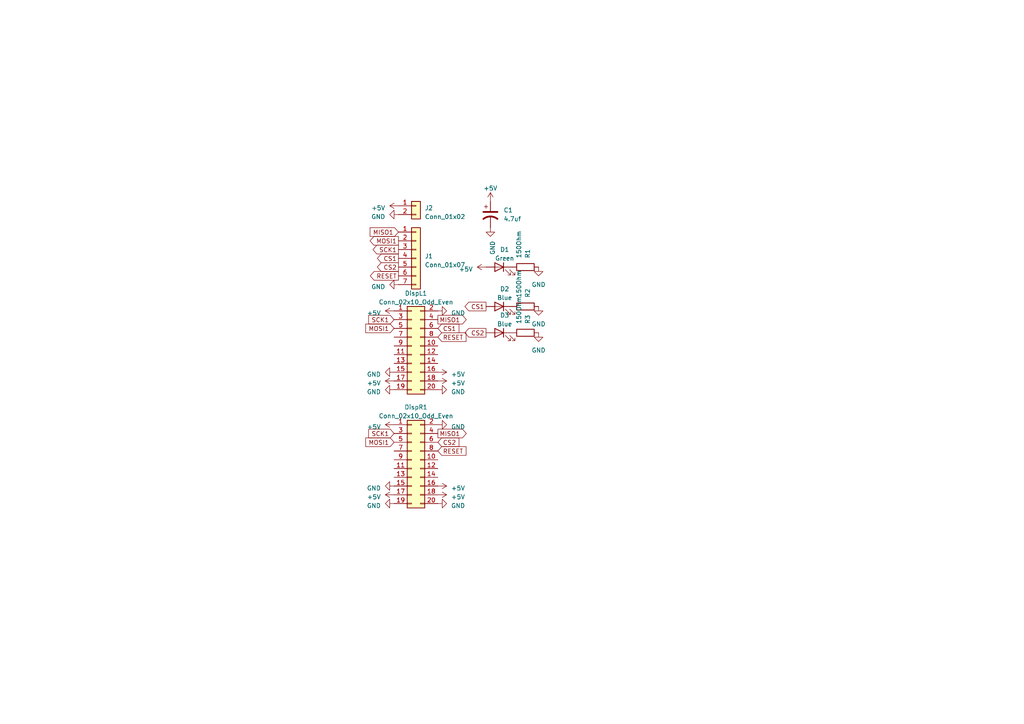
<source format=kicad_sch>
(kicad_sch (version 20230121) (generator eeschema)
  (paper "A4")
  (lib_symbols
    (symbol "Connector_Generic:Conn_01x02" (pin_names (offset 1.016) hide)
      (property "Reference" "J" (at 0 2.54 0))
      (property "Value" "Conn_01x02" (at 0 -5.08 0))
      (symbol "Conn_01x02_1_1"
        (rectangle (start -1.27 -2.413) (end 0 -2.667) (stroke (width 0.1524)))
        (rectangle (start -1.27 0.127) (end 0 -0.127) (stroke (width 0.1524)))
        (rectangle (start -1.27 1.27) (end 1.27 -3.81) (stroke (width 0.254)) (fill (type background)))
        (pin passive line (at -5.08 0 0) (length 3.81) (name "Pin_1") (number "1"))
        (pin passive line (at -5.08 -2.54 0) (length 3.81) (name "Pin_2") (number "2"))
      )
    )
    (symbol "Connector_Generic:Conn_01x07" (pin_names (offset 1.016) hide)
      (property "Reference" "J" (at 0 10.16 0))
      (property "Value" "Conn_01x07" (at 0 -10.16 0))
      (symbol "Conn_01x07_1_1"
        (rectangle (start -1.27 -7.493) (end 0 -7.747) (stroke (width 0.1524)))
        (rectangle (start -1.27 -4.953) (end 0 -5.207) (stroke (width 0.1524)))
        (rectangle (start -1.27 -2.413) (end 0 -2.667) (stroke (width 0.1524)))
        (rectangle (start -1.27 0.127) (end 0 -0.127) (stroke (width 0.1524)))
        (rectangle (start -1.27 2.667) (end 0 2.413) (stroke (width 0.1524)))
        (rectangle (start -1.27 5.207) (end 0 4.953) (stroke (width 0.1524)))
        (rectangle (start -1.27 7.747) (end 0 7.493) (stroke (width 0.1524)))
        (rectangle (start -1.27 8.89) (end 1.27 -8.89) (stroke (width 0.254)) (fill (type background)))
        (pin passive line (at -5.08 7.62 0) (length 3.81) (name "Pin_1") (number "1"))
        (pin passive line (at -5.08 5.08 0) (length 3.81) (name "Pin_2") (number "2"))
        (pin passive line (at -5.08 2.54 0) (length 3.81) (name "Pin_3") (number "3"))
        (pin passive line (at -5.08 0 0) (length 3.81) (name "Pin_4") (number "4"))
        (pin passive line (at -5.08 -2.54 0) (length 3.81) (name "Pin_5") (number "5"))
        (pin passive line (at -5.08 -5.08 0) (length 3.81) (name "Pin_6") (number "6"))
        (pin passive line (at -5.08 -7.62 0) (length 3.81) (name "Pin_7") (number "7"))
      )
    )
    (symbol "Connector_Generic:Conn_02x10_Odd_Even" (pin_names (offset 1.016) hide)
      (property "Reference" "J" (at 1.27 12.7 0))
      (property "Value" "Conn_02x10_Odd_Even" (at 1.27 -15.24 0))
      (symbol "Conn_02x10_Odd_Even_1_1"
        (rectangle (start -1.27 -12.573) (end 0 -12.827) (stroke (width 0.1524)))
        (rectangle (start -1.27 -10.033) (end 0 -10.287) (stroke (width 0.1524)))
        (rectangle (start -1.27 -7.493) (end 0 -7.747) (stroke (width 0.1524)))
        (rectangle (start -1.27 -4.953) (end 0 -5.207) (stroke (width 0.1524)))
        (rectangle (start -1.27 -2.413) (end 0 -2.667) (stroke (width 0.1524)))
        (rectangle (start -1.27 0.127) (end 0 -0.127) (stroke (width 0.1524)))
        (rectangle (start -1.27 2.667) (end 0 2.413) (stroke (width 0.1524)))
        (rectangle (start -1.27 5.207) (end 0 4.953) (stroke (width 0.1524)))
        (rectangle (start -1.27 7.747) (end 0 7.493) (stroke (width 0.1524)))
        (rectangle (start -1.27 10.287) (end 0 10.033) (stroke (width 0.1524)))
        (rectangle (start -1.27 11.43) (end 3.81 -13.97) (stroke (width 0.254)) (fill (type background)))
        (rectangle (start 3.81 -12.573) (end 2.54 -12.827) (stroke (width 0.1524)))
        (rectangle (start 3.81 -10.033) (end 2.54 -10.287) (stroke (width 0.1524)))
        (rectangle (start 3.81 -7.493) (end 2.54 -7.747) (stroke (width 0.1524)))
        (rectangle (start 3.81 -4.953) (end 2.54 -5.207) (stroke (width 0.1524)))
        (rectangle (start 3.81 -2.413) (end 2.54 -2.667) (stroke (width 0.1524)))
        (rectangle (start 3.81 0.127) (end 2.54 -0.127) (stroke (width 0.1524)))
        (rectangle (start 3.81 2.667) (end 2.54 2.413) (stroke (width 0.1524)))
        (rectangle (start 3.81 5.207) (end 2.54 4.953) (stroke (width 0.1524)))
        (rectangle (start 3.81 7.747) (end 2.54 7.493) (stroke (width 0.1524)))
        (rectangle (start 3.81 10.287) (end 2.54 10.033) (stroke (width 0.1524)))
        (pin passive line (at -5.08 10.16 0) (length 3.81) (name "Pin_1") (number "1"))
        (pin passive line (at 7.62 0 180) (length 3.81) (name "Pin_10") (number "10"))
        (pin passive line (at -5.08 -2.54 0) (length 3.81) (name "Pin_11") (number "11"))
        (pin passive line (at 7.62 -2.54 180) (length 3.81) (name "Pin_12") (number "12"))
        (pin passive line (at -5.08 -5.08 0) (length 3.81) (name "Pin_13") (number "13"))
        (pin passive line (at 7.62 -5.08 180) (length 3.81) (name "Pin_14") (number "14"))
        (pin passive line (at -5.08 -7.62 0) (length 3.81) (name "Pin_15") (number "15"))
        (pin passive line (at 7.62 -7.62 180) (length 3.81) (name "Pin_16") (number "16"))
        (pin passive line (at -5.08 -10.16 0) (length 3.81) (name "Pin_17") (number "17"))
        (pin passive line (at 7.62 -10.16 180) (length 3.81) (name "Pin_18") (number "18"))
        (pin passive line (at -5.08 -12.7 0) (length 3.81) (name "Pin_19") (number "19"))
        (pin passive line (at 7.62 10.16 180) (length 3.81) (name "Pin_2") (number "2"))
        (pin passive line (at 7.62 -12.7 180) (length 3.81) (name "Pin_20") (number "20"))
        (pin passive line (at -5.08 7.62 0) (length 3.81) (name "Pin_3") (number "3"))
        (pin passive line (at 7.62 7.62 180) (length 3.81) (name "Pin_4") (number "4"))
        (pin passive line (at -5.08 5.08 0) (length 3.81) (name "Pin_5") (number "5"))
        (pin passive line (at 7.62 5.08 180) (length 3.81) (name "Pin_6") (number "6"))
        (pin passive line (at -5.08 2.54 0) (length 3.81) (name "Pin_7") (number "7"))
        (pin passive line (at 7.62 2.54 180) (length 3.81) (name "Pin_8") (number "8"))
        (pin passive line (at -5.08 0 0) (length 3.81) (name "Pin_9") (number "9"))
      )
    )
    (symbol "Device:C_Polarized_US" (pin_numbers hide) (pin_names (offset 0.254) hide)
      (property "Reference" "C" (at 0.635 2.54 0))
      (property "Value" "C_Polarized_US" (at 0.635 -2.54 0))
      (symbol "C_Polarized_US_0_1"
        (polyline (pts (xy -2.032 0.762) (xy 2.032 0.762)) (stroke (width 0.508)))
        (polyline (pts (xy -1.778 2.286) (xy -0.762 2.286)))
        (polyline (pts (xy -1.27 1.778) (xy -1.27 2.794)))
        (arc (start 2.032 -1.27) (mid 0 -0.5572) (end -2.032 -1.27) (stroke (width 0.508)))
      )
      (symbol "C_Polarized_US_1_1"
        (pin passive line (at 0 3.81 270) (length 2.794) (name "~") (number "1"))
        (pin passive line (at 0 -3.81 90) (length 3.302) (name "~") (number "2"))
      )
    )
    (symbol "Device:LED" (pin_numbers hide) (pin_names (offset 1.016) hide)
      (property "Reference" "D" (at 0 2.54 0))
      (property "Value" "LED" (at 0 -2.54 0))
      (symbol "LED_0_1"
        (polyline (pts (xy -1.27 -1.27) (xy -1.27 1.27)) (stroke (width 0.254)))
        (polyline (pts (xy -1.27 0) (xy 1.27 0)))
        (polyline (pts (xy 1.27 -1.27) (xy 1.27 1.27) (xy -1.27 0) (xy 1.27 -1.27)) (stroke (width 0.254)))
        (polyline (pts (xy -3.048 -0.762) (xy -4.572 -2.286) (xy -3.81 -2.286) (xy -4.572 -2.286) (xy -4.572 -1.524)))
        (polyline (pts (xy -1.778 -0.762) (xy -3.302 -2.286) (xy -2.54 -2.286) (xy -3.302 -2.286) (xy -3.302 -1.524)))
      )
      (symbol "LED_1_1"
        (pin passive line (at -3.81 0 0) (length 2.54) (name "K") (number "1"))
        (pin passive line (at 3.81 0 180) (length 2.54) (name "A") (number "2"))
      )
    )
    (symbol "Device:R" (pin_numbers hide) (pin_names (offset 0))
      (property "Reference" "R" (at 2.032 0 90))
      (property "Value" "R" (at 0 0 90))
      (symbol "R_0_1"
        (rectangle (start -1.016 -2.54) (end 1.016 2.54) (stroke (width 0.254)))
      )
      (symbol "R_1_1"
        (pin passive line (at 0 3.81 270) (length 1.27) (name "~") (number "1"))
        (pin passive line (at 0 -3.81 90) (length 1.27) (name "~") (number "2"))
      )
    )
    (symbol "power:+5V" (power) (pin_names (offset 0))
      (property "Value" "+5V" (at 0 3.556 0))
      (symbol "+5V_0_1"
        (polyline (pts (xy -0.762 1.27) (xy 0 2.54)))
        (polyline (pts (xy 0 0) (xy 0 2.54)))
        (polyline (pts (xy 0 2.54) (xy 0.762 1.27)))
      )
      (symbol "+5V_1_1"
        (pin power_in line (at 0 0 90) (length 0) hide (name "+5V") (number "1"))
      )
    )
    (symbol "power:GND" (power) (pin_names (offset 0))
      (property "Value" "GND" (at 0 -3.81 0))
      (symbol "GND_0_1"
        (polyline (pts (xy 0 0) (xy 0 -1.27) (xy 1.27 -1.27) (xy 0 -2.54) (xy -1.27 -1.27) (xy 0 -1.27)))
      )
      (symbol "GND_1_1"
        (pin power_in line (at 0 0 270) (length 0) hide (name "GND") (number "1"))
      )
    )
  )
  (global_label "CS1" (shape input) (at 127 95.25 0) (property "Intersheetrefs" "${INTERSHEET_REFS}" (effects hide)))
  (global_label "CS2" (shape output) (at 115.57 77.47 180) (property "Intersheetrefs" "${INTERSHEET_REFS}" (effects hide)))
  (global_label "CS1" (shape output) (at 140.97 88.9 180) (property "Intersheetrefs" "${INTERSHEET_REFS}" (effects hide)))
  (global_label "MOSI1" (shape input) (at 114.3 95.25 180) (property "Intersheetrefs" "${INTERSHEET_REFS}" (effects hide)))
  (global_label "MOSI1" (shape input) (at 114.3 128.27 180) (property "Intersheetrefs" "${INTERSHEET_REFS}" (effects hide)))
  (global_label "MOSI1" (shape output) (at 115.57 69.85 180) (property "Intersheetrefs" "${INTERSHEET_REFS}" (effects hide)))
  (global_label "MISO1" (shape output) (at 127 125.73 0) (property "Intersheetrefs" "${INTERSHEET_REFS}" (effects hide)))
  (global_label "MISO1" (shape input) (at 115.57 67.31 180) (property "Intersheetrefs" "${INTERSHEET_REFS}" (effects hide)))
  (global_label "RESET" (shape input) (at 127 97.79 0) (property "Intersheetrefs" "${INTERSHEET_REFS}" (effects hide)))
  (global_label "RESET" (shape output) (at 115.57 80.01 180) (property "Intersheetrefs" "${INTERSHEET_REFS}" (effects hide)))
  (global_label "CS2" (shape input) (at 127 128.27 0) (property "Intersheetrefs" "${INTERSHEET_REFS}" (effects hide)))
  (global_label "SCK1" (shape input) (at 114.3 92.71 180) (property "Intersheetrefs" "${INTERSHEET_REFS}" (effects hide)))
  (global_label "CS1" (shape output) (at 115.57 74.93 180) (property "Intersheetrefs" "${INTERSHEET_REFS}" (effects hide)))
  (global_label "SCK1" (shape output) (at 115.57 72.39 180) (property "Intersheetrefs" "${INTERSHEET_REFS}" (effects hide)))
  (global_label "CS2" (shape output) (at 140.97 96.52 180) (property "Intersheetrefs" "${INTERSHEET_REFS}" (effects hide)))
  (global_label "RESET" (shape input) (at 127 130.81 0) (property "Intersheetrefs" "${INTERSHEET_REFS}" (effects hide)))
  (global_label "SCK1" (shape input) (at 114.3 125.73 180) (property "Intersheetrefs" "${INTERSHEET_REFS}" (effects hide)))
  (global_label "MISO1" (shape output) (at 127 92.71 0) (property "Intersheetrefs" "${INTERSHEET_REFS}" (effects hide)))
  (symbol (lib_id "power:+5V") (at 114.3 90.17 90) (unit 1)
    (property "Reference" "#PWR01" (effects hide))
    (property "Value" "+5V" (at 110.49 90.805 90) (effects (justify left)))
  )
  (symbol (lib_id "Device:R") (at 152.4 88.9 270) (mirror x) (unit 1)
    (property "Reference" "R2" (at 153.035 86.36 0) (effects (justify left)))
    (property "Value" "150Ohm" (at 150.495 86.36 0) (effects (justify left)))
    (property "Footprint" "Resistor_SMD:R_0603_1608Metric_Pad0.98x0.95mm_HandSolder" (effects hide))
  )
  (symbol (lib_id "power:+5V") (at 142.24 58.42 0) (unit 1)
    (property "Reference" "#PWR025" (effects hide))
    (property "Value" "+5V" (at 142.24 54.61 0))
  )
  (symbol (lib_id "power:GND") (at 115.57 62.23 270) (unit 1)
    (property "Reference" "#PWR018" (effects hide))
    (property "Value" "GND" (at 111.76 62.865 90) (effects (justify right)))
  )
  (symbol (lib_id "Device:C_Polarized_US") (at 142.24 62.23 0) (unit 1)
    (property "Reference" "C1" (at 146.05 60.96 0) (effects (justify left)))
    (property "Value" "4.7uf" (at 146.05 63.5 0) (effects (justify left)))
    (property "Footprint" "Capacitor_SMD:C_0603_1608Metric_Pad1.08x0.95mm_HandSolder" (effects hide))
  )
  (symbol (lib_id "power:+5V") (at 127 143.51 270) (mirror x) (unit 1)
    (property "Reference" "#PWR016" (effects hide))
    (property "Value" "+5V" (at 130.81 144.145 90) (effects (justify left)))
  )
  (symbol (lib_id "power:GND") (at 127 146.05 90) (mirror x) (unit 1)
    (property "Reference" "#PWR017" (effects hide))
    (property "Value" "GND" (at 130.81 146.685 90) (effects (justify right)))
  )
  (symbol (lib_id "power:+5V") (at 140.97 77.47 90) (unit 1)
    (property "Reference" "#PWR020" (effects hide))
    (property "Value" "+5V" (at 137.16 78.105 90) (effects (justify left)))
  )
  (symbol (lib_id "power:+5V") (at 127 110.49 270) (mirror x) (unit 1)
    (property "Reference" "#PWR012" (effects hide))
    (property "Value" "+5V" (at 130.81 111.125 90) (effects (justify left)))
  )
  (symbol (lib_id "power:GND") (at 127 113.03 90) (mirror x) (unit 1)
    (property "Reference" "#PWR013" (effects hide))
    (property "Value" "GND" (at 130.81 113.665 90) (effects (justify right)))
  )
  (symbol (lib_id "power:GND") (at 114.3 146.05 270) (unit 1)
    (property "Reference" "#PWR08" (effects hide))
    (property "Value" "GND" (at 110.49 146.685 90) (effects (justify right)))
  )
  (symbol (lib_id "power:+5V") (at 127 140.97 270) (mirror x) (unit 1)
    (property "Reference" "#PWR015" (effects hide))
    (property "Value" "+5V" (at 130.81 141.605 90) (effects (justify left)))
  )
  (symbol (lib_id "power:GND") (at 115.57 82.55 270) (unit 1)
    (property "Reference" "#PWR09" (effects hide))
    (property "Value" "GND" (at 111.76 83.185 90) (effects (justify right)))
  )
  (symbol (lib_id "Device:R") (at 152.4 77.47 270) (mirror x) (unit 1)
    (property "Reference" "R1" (at 153.035 74.93 0) (effects (justify left)))
    (property "Value" "150Ohm" (at 150.495 74.93 0) (effects (justify left)))
    (property "Footprint" "Resistor_SMD:R_0603_1608Metric_Pad0.98x0.95mm_HandSolder" (effects hide))
  )
  (symbol (lib_id "Connector_Generic:Conn_01x02") (at 120.65 59.69 0) (unit 1)
    (property "Reference" "J2" (at 123.19 60.325 0) (effects (justify left)))
    (property "Value" "Conn_01x02" (at 123.19 62.865 0) (effects (justify left)))
    (property "Footprint" "Connector_JST:JST_EH_S2B-EH_1x02_P2.50mm_Horizontal" (effects hide))
  )
  (symbol (lib_id "Connector_Generic:Conn_02x10_Odd_Even") (at 119.38 100.33 0) (unit 1)
    (property "Reference" "DispL1" (at 120.65 85.09 0))
    (property "Value" "Conn_02x10_Odd_Even" (at 120.65 87.63 0))
    (property "Footprint" "Connector_FFC-FPC:TE_2-84952-0_1x20-1MP_P1.0mm_Horizontal" (effects hide))
  )
  (symbol (lib_id "power:+5V") (at 115.57 59.69 90) (unit 1)
    (property "Reference" "#PWR019" (effects hide))
    (property "Value" "+5V" (at 111.76 60.325 90) (effects (justify left)))
  )
  (symbol (lib_id "Device:LED") (at 144.78 96.52 0) (mirror y) (unit 1)
    (property "Reference" "D3" (at 146.3675 91.44 0))
    (property "Value" "Blue" (at 146.3675 93.98 0))
    (property "Footprint" "LED_SMD:LED_0603_1608Metric_Pad1.05x0.95mm_HandSolder" (effects hide))
  )
  (symbol (lib_id "Connector_Generic:Conn_02x10_Odd_Even") (at 119.38 133.35 0) (unit 1)
    (property "Reference" "DispR1" (at 120.65 118.11 0))
    (property "Value" "Conn_02x10_Odd_Even" (at 120.65 120.65 0))
    (property "Footprint" "Connector_FFC-FPC:TE_2-84952-0_1x20-1MP_P1.0mm_Horizontal" (effects hide))
  )
  (symbol (lib_id "power:+5V") (at 114.3 143.51 90) (unit 1)
    (property "Reference" "#PWR07" (effects hide))
    (property "Value" "+5V" (at 110.49 144.145 90) (effects (justify left)))
  )
  (symbol (lib_id "power:GND") (at 114.3 113.03 270) (unit 1)
    (property "Reference" "#PWR04" (effects hide))
    (property "Value" "GND" (at 110.49 113.665 90) (effects (justify right)))
  )
  (symbol (lib_id "power:GND") (at 156.21 96.52 0) (unit 1)
    (property "Reference" "#PWR027" (effects hide))
    (property "Value" "GND" (at 156.21 101.6 0))
  )
  (symbol (lib_id "power:+5V") (at 114.3 110.49 90) (unit 1)
    (property "Reference" "#PWR03" (effects hide))
    (property "Value" "+5V" (at 110.49 111.125 90) (effects (justify left)))
  )
  (symbol (lib_id "power:GND") (at 156.21 77.47 0) (unit 1)
    (property "Reference" "#PWR021" (effects hide))
    (property "Value" "GND" (at 156.21 82.55 0))
  )
  (symbol (lib_id "Device:R") (at 152.4 96.52 270) (mirror x) (unit 1)
    (property "Reference" "R3" (at 153.035 93.98 0) (effects (justify left)))
    (property "Value" "150Ohm" (at 150.495 93.98 0) (effects (justify left)))
    (property "Footprint" "Resistor_SMD:R_0603_1608Metric_Pad0.98x0.95mm_HandSolder" (effects hide))
  )
  (symbol (lib_id "power:+5V") (at 114.3 123.19 90) (unit 1)
    (property "Reference" "#PWR05" (effects hide))
    (property "Value" "+5V" (at 110.49 123.825 90) (effects (justify left)))
  )
  (symbol (lib_id "Device:LED") (at 144.78 77.47 0) (mirror y) (unit 1)
    (property "Reference" "D1" (at 146.3675 72.39 0))
    (property "Value" "Green" (at 146.3675 74.93 0))
    (property "Footprint" "LED_SMD:LED_0603_1608Metric_Pad1.05x0.95mm_HandSolder" (effects hide))
  )
  (symbol (lib_id "power:GND") (at 156.21 88.9 0) (unit 1)
    (property "Reference" "#PWR023" (effects hide))
    (property "Value" "GND" (at 156.21 93.98 0))
  )
  (symbol (lib_id "power:GND") (at 114.3 107.95 270) (unit 1)
    (property "Reference" "#PWR02" (effects hide))
    (property "Value" "GND" (at 110.49 108.585 90) (effects (justify right)))
  )
  (symbol (lib_id "power:GND") (at 114.3 140.97 270) (unit 1)
    (property "Reference" "#PWR06" (effects hide))
    (property "Value" "GND" (at 110.49 141.605 90) (effects (justify right)))
  )
  (symbol (lib_id "power:+5V") (at 127 107.95 270) (mirror x) (unit 1)
    (property "Reference" "#PWR011" (effects hide))
    (property "Value" "+5V" (at 130.81 108.585 90) (effects (justify left)))
  )
  (symbol (lib_id "power:GND") (at 127 123.19 90) (mirror x) (unit 1)
    (property "Reference" "#PWR014" (effects hide))
    (property "Value" "GND" (at 130.81 123.825 90) (effects (justify right)))
  )
  (symbol (lib_id "power:GND") (at 127 90.17 90) (mirror x) (unit 1)
    (property "Reference" "#PWR010" (effects hide))
    (property "Value" "GND" (at 130.81 90.805 90) (effects (justify right)))
  )
  (symbol (lib_id "power:GND") (at 142.24 66.04 0) (unit 1)
    (property "Reference" "#PWR026" (effects hide))
    (property "Value" "GND" (at 142.875 69.85 90) (effects (justify right)))
  )
  (symbol (lib_id "Device:LED") (at 144.78 88.9 0) (mirror y) (unit 1)
    (property "Reference" "D2" (at 146.3675 83.82 0))
    (property "Value" "Blue" (at 146.3675 86.36 0))
    (property "Footprint" "LED_SMD:LED_0603_1608Metric_Pad1.05x0.95mm_HandSolder" (effects hide))
  )
  (symbol (lib_id "Connector_Generic:Conn_01x07") (at 120.65 74.93 0) (unit 1)
    (property "Reference" "J1" (at 123.19 74.295 0) (effects (justify left)))
    (property "Value" "Conn_01x07" (at 123.19 76.835 0) (effects (justify left)))
    (property "Footprint" "Connector_JST:JST_EH_S7B-EH_1x07_P2.50mm_Horizontal" (effects hide))
  )
)
</source>
